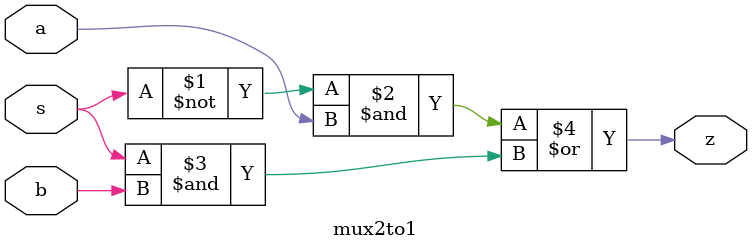
<source format=sv>

module mux16to1 (
    input wire [15:0] c,
    input wire [3:0] s,
    output wire z);
    
    logic [13:0] i;
    
    mux2to1 m1(c[0], c[1], s[0], i[0]);
    mux2to1 m2(c[2], c[3], s[0], i[1]);
    mux2to1 m3(c[4], c[5], s[0], i[2]);
    mux2to1 m4(c[6], c[7], s[0], i[3]);
    mux2to1 m5(c[8], c[9], s[0], i[4]);
    mux2to1 m6(c[10],c[11],s[0], i[5]);
    mux2to1 m7(c[12],c[13],s[0], i[6]);
    mux2to1 m8(c[14],c[15],s[0], i[7]);
    
    mux2to1 n1(i[0], i[1], s[1], i[8]);
    mux2to1 n2(i[2], i[3], s[1], i[9]);
    mux2to1 n3(i[4], i[5], s[1], i[10]);
    mux2to1 n4(i[6], i[7], s[1], i[11]);
    
    mux2to1 o1(i[8],  i[9],  s[2], i[12]);
    mux2to1 o2(i[10], i[11], s[2], i[13]);
    
    mux2to1 p1(i[12], i[13], s[3], z);
    
endmodule


module mux2to1(
    input wire a,
    input wire b,
    input wire s,
    output wire z);
    
    assign z = ~s & a | s & b;
    
endmodule

</source>
